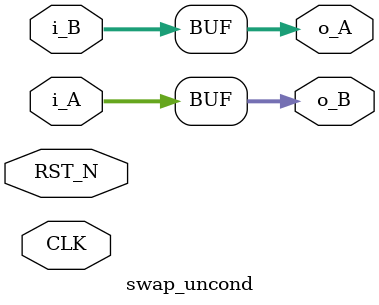
<source format=v>

`ifdef BSV_ASSIGNMENT_DELAY
`else
  `define BSV_ASSIGNMENT_DELAY
`endif

`ifdef BSV_POSITIVE_RESET
  `define BSV_RESET_VALUE 1'b1
  `define BSV_RESET_EDGE posedge
`else
  `define BSV_RESET_VALUE 1'b0
  `define BSV_RESET_EDGE negedge
`endif

module swap_uncond(CLK,
		   RST_N,

		   i_A,
		   i_B,

		   o_A,

		   o_B);
  input  CLK;
  input  RST_N;

  // action method put
  input  [31 : 0] i_A;
  input  [31 : 0] i_B;

  // value method getA
  output [31 : 0] o_A;

  // value method getB
  output [31 : 0] o_B;

  // signals for module outputs
  wire [31 : 0] o_A, o_B;

  // value method getA
  assign o_A = i_B ;

  // value method getB
  assign o_B = i_A ;
endmodule  // swap_uncond


</source>
